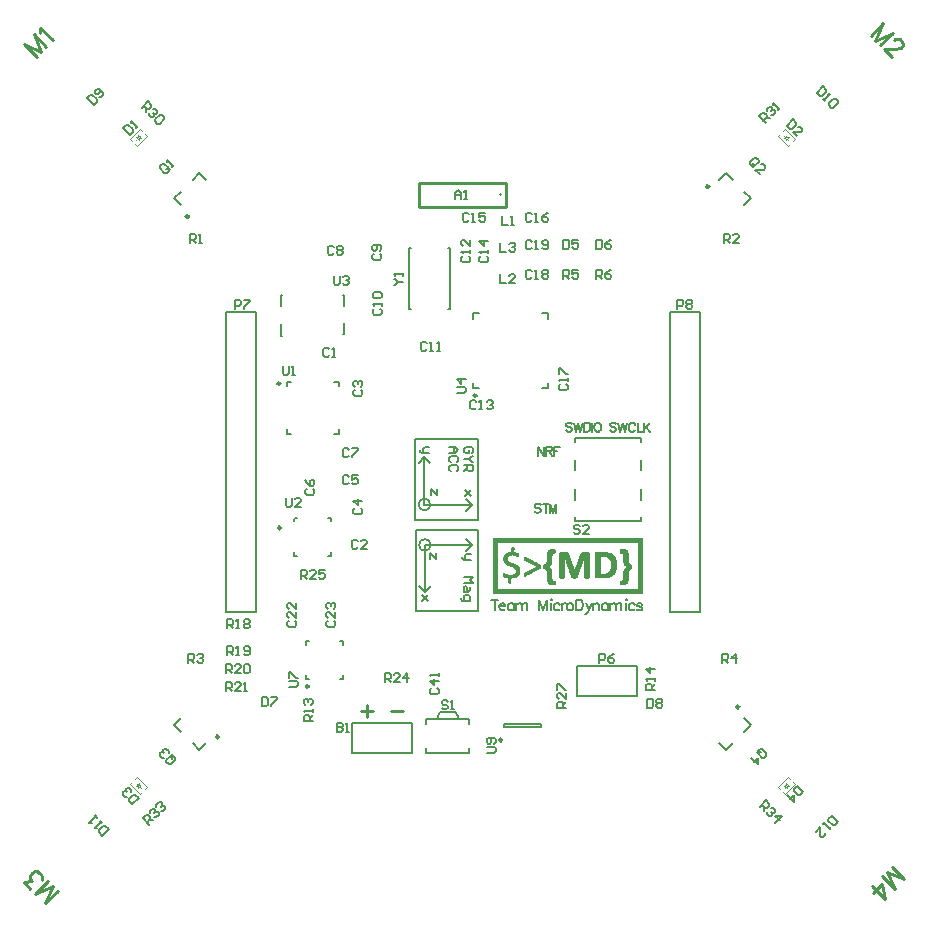
<source format=gto>
G04 Layer_Color=65535*
%FSLAX25Y25*%
%MOIN*%
G70*
G01*
G75*
%ADD37C,0.00800*%
%ADD81C,0.01000*%
%ADD82C,0.00984*%
%ADD83C,0.00787*%
%ADD84C,0.00500*%
%ADD85C,0.00100*%
%ADD86C,0.00300*%
D37*
X174270Y170693D02*
G03*
X174270Y170693I-1955J0D01*
G01*
X244524Y182150D02*
Y185693D01*
Y172307D02*
Y175850D01*
Y165220D02*
Y166500D01*
X222476Y165220D02*
X244524D01*
X222476D02*
Y166500D01*
Y172307D02*
Y175850D01*
Y182150D02*
Y185693D01*
X244524Y191500D02*
Y192780D01*
X222476D02*
X244524D01*
X222476Y191500D02*
Y192780D01*
X170346Y184512D02*
X172276Y186441D01*
X174244Y184472D01*
X186134Y168724D02*
X188063Y170653D01*
X186094Y172622D02*
X188063Y170653D01*
X172276D02*
X188063D01*
X172276D02*
Y186441D01*
X169283Y165575D02*
Y192504D01*
Y165575D02*
X189992D01*
Y192504D01*
X169283D02*
X189992D01*
D81*
X170400Y270000D02*
X199400D01*
X170400D02*
Y278000D01*
X199400D01*
Y270000D02*
Y278000D01*
X197491Y274079D02*
X197609D01*
X151000Y102000D02*
X155000D01*
X153000Y100000D02*
Y104000D01*
X161000Y102000D02*
X165000D01*
X332242Y45758D02*
X328000Y50000D01*
X332242Y45758D02*
X326384Y48384D01*
X329010Y42527D02*
X326384Y48384D01*
X329010Y42527D02*
X324768Y46768D01*
X325778Y39295D02*
X324970Y44142D01*
X321940Y41113D01*
X325778Y39295D02*
X321536Y43536D01*
X45758Y37758D02*
X50000Y42000D01*
X45758Y37758D02*
X48384Y43616D01*
X42527Y40990D02*
X48384Y43616D01*
X42527Y40990D02*
X46768Y45232D01*
X40911Y42606D02*
X38689Y44828D01*
X41517Y45232D01*
X40911Y45838D01*
X40709Y46444D01*
X40709Y46848D01*
X41113Y47656D01*
X41517Y48060D01*
X42325Y48464D01*
X43132D01*
X43940Y48060D01*
X44546Y47454D01*
X44950Y46646D01*
Y46242D01*
X44748Y45636D01*
X325242Y331242D02*
X321000Y327000D01*
X325242Y331242D02*
X322616Y325384D01*
X328473Y328010D02*
X322616Y325384D01*
X328473Y328010D02*
X324232Y323768D01*
X328877Y325586D02*
X329080Y325788D01*
X329685Y325990D01*
X330089D01*
X330695Y325788D01*
X331503Y324980D01*
X331705Y324374D01*
X331705Y323970D01*
X331503Y323364D01*
X331099Y322960D01*
X330493Y322758D01*
X329484Y322556D01*
X325444D01*
X328272Y319728D01*
X38758Y324242D02*
X43000Y320000D01*
X38758Y324242D02*
X44616Y321616D01*
X41990Y327473D02*
X44616Y321616D01*
X41990Y327473D02*
X46232Y323232D01*
X44010Y327877D02*
X44212Y328484D01*
X44212Y329695D01*
X48454Y325454D01*
D82*
X124469Y162953D02*
G03*
X124469Y162953I-492J0D01*
G01*
X103774Y93260D02*
G03*
X103774Y93260I-492J0D01*
G01*
X93752Y266718D02*
G03*
X93752Y266718I-492J0D01*
G01*
X267210Y276740D02*
G03*
X267210Y276740I-492J0D01*
G01*
X277232Y103282D02*
G03*
X277232Y103282I-492J0D01*
G01*
X198209Y92276D02*
G03*
X198209Y92276I-492J0D01*
G01*
X133783Y110142D02*
G03*
X133783Y110142I-492J0D01*
G01*
X189681Y207039D02*
G03*
X189681Y207039I-492J0D01*
G01*
X124272Y211071D02*
G03*
X124272Y211071I-492J0D01*
G01*
D83*
X174400Y157256D02*
G03*
X174400Y157256I-1955J0D01*
G01*
X140118Y153701D02*
X141299D01*
Y154882D01*
X128701Y153701D02*
X129882D01*
X128701D02*
Y154882D01*
X140118Y166299D02*
X141299D01*
Y165118D02*
Y166299D01*
X128701Y165709D02*
X129291Y166299D01*
X129882D01*
X128701Y165118D02*
Y165709D01*
X97227Y88876D02*
X99454Y91103D01*
X95000Y91102D02*
X97227Y88876D01*
X88876Y97227D02*
X91103Y99454D01*
X88876Y97227D02*
X91103Y95000D01*
X88876Y272773D02*
X91103Y270546D01*
X88876Y272773D02*
X91102Y275000D01*
X97227Y281124D02*
X99454Y278897D01*
X95000D02*
X97227Y281124D01*
X270546Y278897D02*
X272773Y281124D01*
X275000Y278897D01*
X278897Y270546D02*
X281124Y272773D01*
X278897Y275000D02*
X281124Y272773D01*
X278897Y99454D02*
X281124Y97227D01*
X278897Y95000D02*
X281124Y97227D01*
X270546Y91103D02*
X272773Y88875D01*
X275000Y91102D01*
X106000Y135000D02*
X116000D01*
X106000D02*
Y235000D01*
X116000D01*
Y227500D02*
Y235000D01*
Y135000D02*
Y227500D01*
X254000Y142500D02*
Y235000D01*
Y135000D02*
Y142500D01*
Y135000D02*
X264000D01*
Y235000D01*
X254000D02*
X264000D01*
X167110Y235764D02*
X167701D01*
X167110Y256236D02*
X167701D01*
X180299Y235764D02*
X180890D01*
X180299Y256236D02*
X180890D01*
X167110Y235764D02*
Y256236D01*
X180890Y235764D02*
Y256236D01*
X198898Y96409D02*
Y97591D01*
X211102Y96409D02*
Y97591D01*
X198898Y96409D02*
X211102D01*
X198898Y97591D02*
X211102D01*
X223000Y117000D02*
X243000D01*
X223000Y107000D02*
Y117000D01*
Y107000D02*
X243000D01*
Y117000D01*
X148000Y98000D02*
X168000D01*
X148000Y88000D02*
Y98000D01*
Y88000D02*
X168000D01*
Y98000D01*
X169335Y162216D02*
X190043D01*
Y135287D02*
Y162216D01*
X169335Y135287D02*
X190043D01*
X169335D02*
Y162216D01*
X172406Y157295D02*
X188193D01*
X186264Y159224D02*
X188193Y157295D01*
X186224Y155327D02*
X188193Y157295D01*
X172406Y141508D02*
Y157295D01*
Y141508D02*
X174374Y143476D01*
X170476Y143437D02*
X172406Y141508D01*
X145138Y240496D02*
X145433D01*
Y236756D02*
Y240496D01*
Y227504D02*
Y231244D01*
X145138Y227504D02*
X145433D01*
X124567Y227004D02*
X124862D01*
X124567D02*
Y230744D01*
Y240496D02*
X124862D01*
X124567Y236756D02*
Y240496D01*
X145299Y112701D02*
Y113980D01*
X144020Y112701D02*
X145299D01*
Y124020D02*
Y125299D01*
X144020D02*
X145299D01*
X132701D02*
X133980D01*
X132701Y124020D02*
Y125299D01*
Y112701D02*
Y113980D01*
Y112701D02*
X133980D01*
X213402Y209598D02*
Y211370D01*
X211630Y209598D02*
X213402D01*
Y232630D02*
Y234402D01*
X211630D02*
X213402D01*
X188598D02*
X190370D01*
X188598Y232630D02*
Y234402D01*
Y209598D02*
Y211370D01*
Y209598D02*
X190370D01*
X126339Y210087D02*
Y211661D01*
X127913D01*
X142087D02*
X143661D01*
Y210087D02*
Y211661D01*
Y194339D02*
Y195913D01*
X142087Y194339D02*
X143661D01*
X126339D02*
Y195913D01*
Y194339D02*
X127913D01*
D84*
X182421Y101394D02*
X183327Y100291D01*
X176713Y100291D02*
X177539Y101394D01*
X176713Y99150D02*
X176713Y100291D01*
X183327Y99150D02*
Y100291D01*
X177539Y101394D02*
X182421D01*
X172894Y99150D02*
X187067Y99150D01*
X172894Y87811D02*
X187067D01*
X172894Y97480D02*
Y99150D01*
X172894Y89480D02*
X172894Y87811D01*
X187106D02*
X187106Y89500D01*
X187067Y97500D02*
X187067Y99150D01*
X106000Y108500D02*
Y111499D01*
X107500D01*
X107999Y110999D01*
Y110000D01*
X107500Y109500D01*
X106000D01*
X107000D02*
X107999Y108500D01*
X110998D02*
X108999D01*
X110998Y110499D01*
Y110999D01*
X110499Y111499D01*
X109499D01*
X108999Y110999D01*
X111998Y108500D02*
X112998D01*
X112498D01*
Y111499D01*
X111998Y110999D01*
X223999Y163499D02*
X223499Y163999D01*
X222500D01*
X222000Y163499D01*
Y162999D01*
X222500Y162499D01*
X223499D01*
X223999Y162000D01*
Y161500D01*
X223499Y161000D01*
X222500D01*
X222000Y161500D01*
X226998Y161000D02*
X224999D01*
X226998Y162999D01*
Y163499D01*
X226499Y163999D01*
X225499D01*
X224999Y163499D01*
X283440Y87733D02*
X284853Y86319D01*
X285560Y86319D01*
X286267Y87026D01*
Y87733D01*
X284853Y89147D01*
X284147D01*
X283440Y88440D01*
X284500Y88086D02*
X283086Y88086D01*
X283440Y88440D02*
X283440Y87733D01*
X281319Y86319D02*
X283440Y84198D01*
X283440Y86319D01*
X282026Y84905D01*
X87060Y282767D02*
X85647Y284181D01*
X84940Y284181D01*
X84233Y283474D01*
Y282767D01*
X85647Y281353D01*
X86353D01*
X87060Y282060D01*
X86000Y282414D02*
X87414Y282414D01*
X87060Y282060D02*
X87060Y282767D01*
X88121Y283121D02*
X88828Y283827D01*
X88474Y283474D01*
X86353Y285595D01*
Y284888D01*
X286000Y298000D02*
X283879Y300121D01*
X284940Y301181D01*
X285647Y301181D01*
X286353Y300474D01*
X286353Y299767D01*
X285293Y298707D01*
X286000Y299414D02*
X287414Y299414D01*
X286353Y301888D02*
Y302595D01*
X287060Y303302D01*
X287767Y303302D01*
X288121Y302948D01*
Y302241D01*
X287767Y301888D01*
X288121Y302241D01*
X288827Y302241D01*
X289181Y301888D01*
X289181Y301181D01*
X288474Y300474D01*
X287767D01*
X290241Y302241D02*
X290948Y302948D01*
X290595Y302595D01*
X288474Y304715D01*
Y304009D01*
X162001Y244000D02*
X162501D01*
X163500Y245000D01*
X162501Y245999D01*
X162001D01*
X163500Y245000D02*
X165000D01*
Y246999D02*
Y247999D01*
Y247499D01*
X162001D01*
X162501Y246999D01*
X193001Y88000D02*
X195500D01*
X196000Y88500D01*
Y89499D01*
X195500Y89999D01*
X193001D01*
X195500Y90999D02*
X196000Y91499D01*
Y92499D01*
X195500Y92998D01*
X193501D01*
X193001Y92499D01*
Y91499D01*
X193501Y90999D01*
X194001D01*
X194501Y91499D01*
Y92998D01*
X127001Y110000D02*
X129500D01*
X130000Y110500D01*
Y111500D01*
X129500Y111999D01*
X127001D01*
Y112999D02*
Y114998D01*
X127501D01*
X129500Y112999D01*
X130000D01*
X183001Y208000D02*
X185500D01*
X186000Y208500D01*
Y209500D01*
X185500Y209999D01*
X183001D01*
X186000Y212498D02*
X183001D01*
X184501Y210999D01*
Y212998D01*
X142000Y246999D02*
Y244500D01*
X142500Y244000D01*
X143500D01*
X143999Y244500D01*
Y246999D01*
X144999Y246499D02*
X145499Y246999D01*
X146499D01*
X146998Y246499D01*
Y245999D01*
X146499Y245499D01*
X145999D01*
X146499D01*
X146998Y245000D01*
Y244500D01*
X146499Y244000D01*
X145499D01*
X144999Y244500D01*
X126000Y172999D02*
Y170500D01*
X126500Y170000D01*
X127499D01*
X127999Y170500D01*
Y172999D01*
X130998Y170000D02*
X128999D01*
X130998Y171999D01*
Y172499D01*
X130499Y172999D01*
X129499D01*
X128999Y172499D01*
X125000Y216999D02*
Y214500D01*
X125500Y214000D01*
X126499D01*
X126999Y214500D01*
Y216999D01*
X127999Y214000D02*
X128999D01*
X128499D01*
Y216999D01*
X127999Y216499D01*
X284000Y70000D02*
X286121Y72121D01*
X287181Y71060D01*
X287181Y70353D01*
X286474Y69647D01*
X285767Y69647D01*
X284707Y70707D01*
X285414Y70000D02*
X285414Y68586D01*
X287888Y69647D02*
X288595D01*
X289302Y68940D01*
X289302Y68233D01*
X288948Y67879D01*
X288241D01*
X287888Y68233D01*
X288241Y67879D01*
X288241Y67172D01*
X287888Y66819D01*
X287181Y66819D01*
X286474Y67526D01*
Y68233D01*
X289302Y64698D02*
X291422Y66819D01*
X289302Y66819D01*
X290715Y65405D01*
X80500Y64000D02*
X78379Y66121D01*
X79440Y67181D01*
X80147Y67181D01*
X80853Y66474D01*
X80853Y65767D01*
X79793Y64707D01*
X80500Y65414D02*
X81914Y65414D01*
X80853Y67888D02*
Y68595D01*
X81560Y69302D01*
X82267Y69302D01*
X82621Y68948D01*
Y68241D01*
X82267Y67888D01*
X82621Y68241D01*
X83328Y68241D01*
X83681Y67888D01*
X83681Y67181D01*
X82974Y66474D01*
X82267D01*
X82974Y70008D02*
Y70715D01*
X83681Y71422D01*
X84388D01*
X84741Y71069D01*
Y70362D01*
X84388Y70008D01*
X84741Y70362D01*
X85448Y70362D01*
X85802Y70008D01*
X85802Y69302D01*
X85095Y68595D01*
X84388D01*
X78000Y303000D02*
X80121Y305121D01*
X81181Y304060D01*
X81181Y303353D01*
X80474Y302647D01*
X79767Y302647D01*
X78707Y303707D01*
X79414Y303000D02*
X79414Y301586D01*
X81888Y302647D02*
X82595D01*
X83302Y301940D01*
X83302Y301233D01*
X82948Y300879D01*
X82241D01*
X81888Y301233D01*
X82241Y300879D01*
X82241Y300172D01*
X81888Y299819D01*
X81181Y299819D01*
X80474Y300526D01*
Y301233D01*
X84009Y300526D02*
X84715D01*
X85422Y299819D01*
Y299112D01*
X84009Y297698D01*
X83302Y297698D01*
X82595Y298405D01*
Y299112D01*
X84009Y300526D01*
X219500Y103000D02*
X216501D01*
Y104499D01*
X217001Y104999D01*
X218001D01*
X218500Y104499D01*
Y103000D01*
Y104000D02*
X219500Y104999D01*
Y107998D02*
Y105999D01*
X217501Y107998D01*
X217001D01*
X216501Y107499D01*
Y106499D01*
X217001Y105999D01*
X216501Y108998D02*
Y110997D01*
X217001D01*
X219000Y108998D01*
X219500D01*
X131000Y146000D02*
Y148999D01*
X132500D01*
X132999Y148499D01*
Y147500D01*
X132500Y147000D01*
X131000D01*
X132000D02*
X132999Y146000D01*
X135998D02*
X133999D01*
X135998Y147999D01*
Y148499D01*
X135499Y148999D01*
X134499D01*
X133999Y148499D01*
X138997Y148999D02*
X136998D01*
Y147500D01*
X137998Y147999D01*
X138498D01*
X138997Y147500D01*
Y146500D01*
X138498Y146000D01*
X137498D01*
X136998Y146500D01*
X159000Y111500D02*
Y114499D01*
X160500D01*
X160999Y113999D01*
Y112999D01*
X160500Y112500D01*
X159000D01*
X160000D02*
X160999Y111500D01*
X163998D02*
X161999D01*
X163998Y113499D01*
Y113999D01*
X163499Y114499D01*
X162499D01*
X161999Y113999D01*
X166498Y111500D02*
Y114499D01*
X164998Y112999D01*
X166997D01*
X106000Y114500D02*
Y117499D01*
X107500D01*
X107999Y116999D01*
Y115999D01*
X107500Y115500D01*
X106000D01*
X107000D02*
X107999Y114500D01*
X110998D02*
X108999D01*
X110998Y116499D01*
Y116999D01*
X110499Y117499D01*
X109499D01*
X108999Y116999D01*
X111998D02*
X112498Y117499D01*
X113498D01*
X113997Y116999D01*
Y115000D01*
X113498Y114500D01*
X112498D01*
X111998Y115000D01*
Y116999D01*
X106500Y120500D02*
Y123499D01*
X108000D01*
X108499Y122999D01*
Y122000D01*
X108000Y121500D01*
X106500D01*
X107500D02*
X108499Y120500D01*
X109499D02*
X110499D01*
X109999D01*
Y123499D01*
X109499Y122999D01*
X111998Y121000D02*
X112498Y120500D01*
X113498D01*
X113998Y121000D01*
Y122999D01*
X113498Y123499D01*
X112498D01*
X111998Y122999D01*
Y122499D01*
X112498Y122000D01*
X113998D01*
X106500Y129500D02*
Y132499D01*
X108000D01*
X108499Y131999D01*
Y131000D01*
X108000Y130500D01*
X106500D01*
X107500D02*
X108499Y129500D01*
X109499D02*
X110499D01*
X109999D01*
Y132499D01*
X109499Y131999D01*
X111998D02*
X112498Y132499D01*
X113498D01*
X113998Y131999D01*
Y131499D01*
X113498Y131000D01*
X113998Y130500D01*
Y130000D01*
X113498Y129500D01*
X112498D01*
X111998Y130000D01*
Y130500D01*
X112498Y131000D01*
X111998Y131499D01*
Y131999D01*
X112498Y131000D02*
X113498D01*
X249000Y109000D02*
X246001D01*
Y110500D01*
X246501Y110999D01*
X247500D01*
X248000Y110500D01*
Y109000D01*
Y110000D02*
X249000Y110999D01*
Y111999D02*
Y112999D01*
Y112499D01*
X246001D01*
X246501Y111999D01*
X249000Y115998D02*
X246001D01*
X247500Y114498D01*
Y116498D01*
X135000Y98500D02*
X132001D01*
Y99999D01*
X132501Y100499D01*
X133501D01*
X134000Y99999D01*
Y98500D01*
Y99500D02*
X135000Y100499D01*
Y101499D02*
Y102499D01*
Y101999D01*
X132001D01*
X132501Y101499D01*
Y103998D02*
X132001Y104498D01*
Y105498D01*
X132501Y105998D01*
X133001D01*
X133501Y105498D01*
Y104998D01*
Y105498D01*
X134000Y105998D01*
X134500D01*
X135000Y105498D01*
Y104498D01*
X134500Y103998D01*
X229500Y246000D02*
Y248999D01*
X230999D01*
X231499Y248499D01*
Y247499D01*
X230999Y247000D01*
X229500D01*
X230500D02*
X231499Y246000D01*
X234498Y248999D02*
X233499Y248499D01*
X232499Y247499D01*
Y246500D01*
X232999Y246000D01*
X233998D01*
X234498Y246500D01*
Y247000D01*
X233998Y247499D01*
X232499D01*
X218500Y246000D02*
Y248999D01*
X220000D01*
X220499Y248499D01*
Y247499D01*
X220000Y247000D01*
X218500D01*
X219500D02*
X220499Y246000D01*
X223498Y248999D02*
X221499D01*
Y247499D01*
X222499Y247999D01*
X222998D01*
X223498Y247499D01*
Y246500D01*
X222998Y246000D01*
X221999D01*
X221499Y246500D01*
X93500Y118000D02*
Y120999D01*
X94999D01*
X95499Y120499D01*
Y119500D01*
X94999Y119000D01*
X93500D01*
X94500D02*
X95499Y118000D01*
X96499Y120499D02*
X96999Y120999D01*
X97999D01*
X98498Y120499D01*
Y119999D01*
X97999Y119500D01*
X97499D01*
X97999D01*
X98498Y119000D01*
Y118500D01*
X97999Y118000D01*
X96999D01*
X96499Y118500D01*
X272000Y258000D02*
Y260999D01*
X273499D01*
X273999Y260499D01*
Y259500D01*
X273499Y259000D01*
X272000D01*
X273000D02*
X273999Y258000D01*
X276998D02*
X274999D01*
X276998Y259999D01*
Y260499D01*
X276499Y260999D01*
X275499D01*
X274999Y260499D01*
X94000Y258000D02*
Y260999D01*
X95499D01*
X95999Y260499D01*
Y259500D01*
X95499Y259000D01*
X94000D01*
X95000D02*
X95999Y258000D01*
X96999D02*
X97999D01*
X97499D01*
Y260999D01*
X96999Y260499D01*
X87733Y87060D02*
X86319Y85647D01*
X86319Y84940D01*
X87026Y84233D01*
X87733D01*
X89147Y85647D01*
Y86353D01*
X88440Y87060D01*
X88086Y86000D02*
X88086Y87414D01*
X88440Y87060D02*
X87733Y87060D01*
X85612Y86353D02*
X84905D01*
X84198Y87060D01*
X84198Y87767D01*
X84552Y88121D01*
X85259D01*
X85612Y87767D01*
X85259Y88121D01*
X85259Y88828D01*
X85612Y89181D01*
X86319Y89181D01*
X87026Y88474D01*
Y87767D01*
X282267Y283440D02*
X283681Y284853D01*
X283681Y285560D01*
X282974Y286267D01*
X282267D01*
X280853Y284853D01*
Y284147D01*
X281560Y283440D01*
X281914Y284500D02*
X281914Y283086D01*
X281560Y283440D02*
X282267Y283440D01*
X284034Y280966D02*
X282621Y282379D01*
X285448D01*
X285802Y282733D01*
X285802Y283440D01*
X285095Y284147D01*
X284388D01*
X109000Y236000D02*
Y238999D01*
X110500D01*
X110999Y238499D01*
Y237499D01*
X110500Y237000D01*
X109000D01*
X111999Y238999D02*
X113998D01*
Y238499D01*
X111999Y236500D01*
Y236000D01*
X230500Y118000D02*
Y120999D01*
X231999D01*
X232499Y120499D01*
Y119500D01*
X231999Y119000D01*
X230500D01*
X235498Y120999D02*
X234499Y120499D01*
X233499Y119500D01*
Y118500D01*
X233999Y118000D01*
X234998D01*
X235498Y118500D01*
Y119000D01*
X234998Y119500D01*
X233499D01*
X197500Y257999D02*
Y255000D01*
X199499D01*
X200499Y257499D02*
X200999Y257999D01*
X201999D01*
X202498Y257499D01*
Y256999D01*
X201999Y256500D01*
X201499D01*
X201999D01*
X202498Y256000D01*
Y255500D01*
X201999Y255000D01*
X200999D01*
X200499Y255500D01*
X197500Y247499D02*
Y244500D01*
X199499D01*
X202498D02*
X200499D01*
X202498Y246499D01*
Y246999D01*
X201999Y247499D01*
X200999D01*
X200499Y246999D01*
X198000Y266999D02*
Y264000D01*
X199999D01*
X200999D02*
X201999D01*
X201499D01*
Y266999D01*
X200999Y266499D01*
X310121Y64879D02*
X308000Y67000D01*
X306940Y65940D01*
X306940Y65233D01*
X308353Y63819D01*
X309060Y63819D01*
X310121Y64879D01*
X305879D02*
X305172Y64173D01*
X305526Y64526D01*
X307647Y62405D01*
Y63112D01*
X302698Y61698D02*
X304112Y63112D01*
Y60285D01*
X304466Y59931D01*
X305172D01*
X305879Y60638D01*
Y61345D01*
X64879Y60379D02*
X67000Y62500D01*
X65940Y63560D01*
X65233Y63560D01*
X63819Y62147D01*
X63819Y61440D01*
X64879Y60379D01*
Y64621D02*
X64173Y65328D01*
X64526Y64974D01*
X62405Y62853D01*
X63112D01*
Y66388D02*
X62405Y67095D01*
X62759Y66741D01*
X60638Y64621D01*
X61345D01*
X305121Y310121D02*
X303000Y308000D01*
X304060Y306940D01*
X304767Y306940D01*
X306181Y308353D01*
X306181Y309060D01*
X305121Y310121D01*
Y305879D02*
X305827Y305172D01*
X305474Y305526D01*
X307595Y307647D01*
X306888D01*
X308655Y305879D02*
X309362D01*
X310069Y305172D01*
Y304466D01*
X308655Y303052D01*
X307948Y303052D01*
X307241Y303759D01*
Y304466D01*
X308655Y305879D01*
X59879Y306121D02*
X62000Y304000D01*
X63060Y305060D01*
X63060Y305767D01*
X61647Y307181D01*
X60940Y307181D01*
X59879Y306121D01*
X63767Y306474D02*
X64474D01*
X65181Y307181D01*
X65181Y307888D01*
X63767Y309302D01*
X63060Y309302D01*
X62353Y308595D01*
Y307888D01*
X62707Y307534D01*
X63414Y307534D01*
X64474Y308595D01*
X246500Y105999D02*
Y103000D01*
X248000D01*
X248499Y103500D01*
Y105499D01*
X248000Y105999D01*
X246500D01*
X249499Y105499D02*
X249999Y105999D01*
X250998D01*
X251498Y105499D01*
Y104999D01*
X250998Y104499D01*
X251498Y104000D01*
Y103500D01*
X250998Y103000D01*
X249999D01*
X249499Y103500D01*
Y104000D01*
X249999Y104499D01*
X249499Y104999D01*
Y105499D01*
X249999Y104499D02*
X250998D01*
X118000Y106499D02*
Y103500D01*
X119500D01*
X119999Y104000D01*
Y105999D01*
X119500Y106499D01*
X118000D01*
X120999D02*
X122998D01*
Y105999D01*
X120999Y104000D01*
Y103500D01*
X229500Y258999D02*
Y256000D01*
X230999D01*
X231499Y256500D01*
Y258499D01*
X230999Y258999D01*
X229500D01*
X234498D02*
X233499Y258499D01*
X232499Y257500D01*
Y256500D01*
X232999Y256000D01*
X233998D01*
X234498Y256500D01*
Y257000D01*
X233998Y257500D01*
X232499D01*
X218500Y258999D02*
Y256000D01*
X220000D01*
X220499Y256500D01*
Y258499D01*
X220000Y258999D01*
X218500D01*
X223498D02*
X221499D01*
Y257500D01*
X222499Y257999D01*
X222998D01*
X223498Y257500D01*
Y256500D01*
X222998Y256000D01*
X221999D01*
X221499Y256500D01*
X74879Y70879D02*
X77000Y73000D01*
X75940Y74060D01*
X75233Y74060D01*
X73819Y72647D01*
X73819Y71940D01*
X74879Y70879D01*
X73112Y73353D02*
X72405D01*
X71698Y74060D01*
X71698Y74767D01*
X72052Y75121D01*
X72759D01*
X73112Y74767D01*
X72759Y75121D01*
X72759Y75827D01*
X73112Y76181D01*
X73819Y76181D01*
X74526Y75474D01*
Y74767D01*
X295121Y299121D02*
X293000Y297000D01*
X294060Y295940D01*
X294767Y295940D01*
X296181Y297353D01*
X296181Y298060D01*
X295121Y299121D01*
X296534Y293466D02*
X295121Y294879D01*
X297948D01*
X298302Y295233D01*
X298302Y295940D01*
X297595Y296647D01*
X296888D01*
X71879Y296121D02*
X74000Y294000D01*
X75060Y295060D01*
X75060Y295767D01*
X73647Y297181D01*
X72940Y297181D01*
X71879Y296121D01*
X76121D02*
X76828Y296828D01*
X76474Y296474D01*
X74353Y298595D01*
Y297888D01*
X174501Y109499D02*
X174001Y109000D01*
Y108000D01*
X174501Y107500D01*
X176500D01*
X177000Y108000D01*
Y109000D01*
X176500Y109499D01*
X177000Y111999D02*
X174001D01*
X175501Y110499D01*
Y112498D01*
X177000Y113498D02*
Y114498D01*
Y113998D01*
X174001D01*
X174501Y113498D01*
X140001Y131999D02*
X139501Y131500D01*
Y130500D01*
X140001Y130000D01*
X142000D01*
X142500Y130500D01*
Y131500D01*
X142000Y131999D01*
X142500Y134998D02*
Y132999D01*
X140501Y134998D01*
X140001D01*
X139501Y134499D01*
Y133499D01*
X140001Y132999D01*
Y135998D02*
X139501Y136498D01*
Y137498D01*
X140001Y137997D01*
X140501D01*
X141000Y137498D01*
Y136998D01*
Y137498D01*
X141500Y137997D01*
X142000D01*
X142500Y137498D01*
Y136498D01*
X142000Y135998D01*
X127001Y131999D02*
X126501Y131500D01*
Y130500D01*
X127001Y130000D01*
X129000D01*
X129500Y130500D01*
Y131500D01*
X129000Y131999D01*
X129500Y134998D02*
Y132999D01*
X127501Y134998D01*
X127001D01*
X126501Y134499D01*
Y133499D01*
X127001Y132999D01*
X129500Y137997D02*
Y135998D01*
X127501Y137997D01*
X127001D01*
X126501Y137498D01*
Y136498D01*
X127001Y135998D01*
X207999Y258381D02*
X207500Y258881D01*
X206500D01*
X206000Y258381D01*
Y256382D01*
X206500Y255882D01*
X207500D01*
X207999Y256382D01*
X208999Y255882D02*
X209999D01*
X209499D01*
Y258881D01*
X208999Y258381D01*
X211498Y256382D02*
X211998Y255882D01*
X212998D01*
X213498Y256382D01*
Y258381D01*
X212998Y258881D01*
X211998D01*
X211498Y258381D01*
Y257881D01*
X211998Y257381D01*
X213498D01*
X207999Y248499D02*
X207500Y248999D01*
X206500D01*
X206000Y248499D01*
Y246500D01*
X206500Y246000D01*
X207500D01*
X207999Y246500D01*
X208999Y246000D02*
X209999D01*
X209499D01*
Y248999D01*
X208999Y248499D01*
X211498D02*
X211998Y248999D01*
X212998D01*
X213498Y248499D01*
Y247999D01*
X212998Y247499D01*
X213498Y247000D01*
Y246500D01*
X212998Y246000D01*
X211998D01*
X211498Y246500D01*
Y247000D01*
X211998Y247499D01*
X211498Y247999D01*
Y248499D01*
X211998Y247499D02*
X212998D01*
X217501Y210743D02*
X217001Y210244D01*
Y209244D01*
X217501Y208744D01*
X219500D01*
X220000Y209244D01*
Y210244D01*
X219500Y210743D01*
X220000Y211743D02*
Y212743D01*
Y212243D01*
X217001D01*
X217501Y211743D01*
X217001Y214242D02*
Y216242D01*
X217501D01*
X219500Y214242D01*
X220000D01*
X207999Y267499D02*
X207500Y267999D01*
X206500D01*
X206000Y267499D01*
Y265500D01*
X206500Y265000D01*
X207500D01*
X207999Y265500D01*
X208999Y265000D02*
X209999D01*
X209499D01*
Y267999D01*
X208999Y267499D01*
X213498Y267999D02*
X212498Y267499D01*
X211498Y266499D01*
Y265500D01*
X211998Y265000D01*
X212998D01*
X213498Y265500D01*
Y266000D01*
X212998Y266499D01*
X211498D01*
X186999Y267499D02*
X186500Y267999D01*
X185500D01*
X185000Y267499D01*
Y265500D01*
X185500Y265000D01*
X186500D01*
X186999Y265500D01*
X187999Y265000D02*
X188999D01*
X188499D01*
Y267999D01*
X187999Y267499D01*
X192498Y267999D02*
X190498D01*
Y266499D01*
X191498Y266999D01*
X191998D01*
X192498Y266499D01*
Y265500D01*
X191998Y265000D01*
X190998D01*
X190498Y265500D01*
X191001Y253499D02*
X190501Y252999D01*
Y252000D01*
X191001Y251500D01*
X193000D01*
X193500Y252000D01*
Y252999D01*
X193000Y253499D01*
X193500Y254499D02*
Y255499D01*
Y254999D01*
X190501D01*
X191001Y254499D01*
X193500Y258498D02*
X190501D01*
X192000Y256998D01*
Y258998D01*
X189499Y204999D02*
X188999Y205499D01*
X188000D01*
X187500Y204999D01*
Y203000D01*
X188000Y202500D01*
X188999D01*
X189499Y203000D01*
X190499Y202500D02*
X191499D01*
X190999D01*
Y205499D01*
X190499Y204999D01*
X192998D02*
X193498Y205499D01*
X194498D01*
X194998Y204999D01*
Y204499D01*
X194498Y203999D01*
X193998D01*
X194498D01*
X194998Y203500D01*
Y203000D01*
X194498Y202500D01*
X193498D01*
X192998Y203000D01*
X185001Y253499D02*
X184501Y252999D01*
Y252000D01*
X185001Y251500D01*
X187000D01*
X187500Y252000D01*
Y252999D01*
X187000Y253499D01*
X187500Y254499D02*
Y255499D01*
Y254999D01*
X184501D01*
X185001Y254499D01*
X187500Y258998D02*
Y256998D01*
X185501Y258998D01*
X185001D01*
X184501Y258498D01*
Y257498D01*
X185001Y256998D01*
X172999Y224499D02*
X172500Y224999D01*
X171500D01*
X171000Y224499D01*
Y222500D01*
X171500Y222000D01*
X172500D01*
X172999Y222500D01*
X173999Y222000D02*
X174999D01*
X174499D01*
Y224999D01*
X173999Y224499D01*
X176498Y222000D02*
X177498D01*
X176998D01*
Y224999D01*
X176498Y224499D01*
X155501Y235999D02*
X155001Y235500D01*
Y234500D01*
X155501Y234000D01*
X157500D01*
X158000Y234500D01*
Y235500D01*
X157500Y235999D01*
X158000Y236999D02*
Y237999D01*
Y237499D01*
X155001D01*
X155501Y236999D01*
Y239498D02*
X155001Y239998D01*
Y240998D01*
X155501Y241498D01*
X157500D01*
X158000Y240998D01*
Y239998D01*
X157500Y239498D01*
X155501D01*
X155375Y254243D02*
X154875Y253744D01*
Y252744D01*
X155375Y252244D01*
X157374D01*
X157874Y252744D01*
Y253744D01*
X157374Y254243D01*
Y255243D02*
X157874Y255743D01*
Y256743D01*
X157374Y257242D01*
X155375D01*
X154875Y256743D01*
Y255743D01*
X155375Y255243D01*
X155875D01*
X156375Y255743D01*
Y257242D01*
X141999Y256499D02*
X141499Y256999D01*
X140500D01*
X140000Y256499D01*
Y254500D01*
X140500Y254000D01*
X141499D01*
X141999Y254500D01*
X142999Y256499D02*
X143499Y256999D01*
X144499D01*
X144998Y256499D01*
Y255999D01*
X144499Y255500D01*
X144998Y255000D01*
Y254500D01*
X144499Y254000D01*
X143499D01*
X142999Y254500D01*
Y255000D01*
X143499Y255500D01*
X142999Y255999D01*
Y256499D01*
X143499Y255500D02*
X144499D01*
X146999Y188999D02*
X146500Y189499D01*
X145500D01*
X145000Y188999D01*
Y187000D01*
X145500Y186500D01*
X146500D01*
X146999Y187000D01*
X147999Y189499D02*
X149998D01*
Y188999D01*
X147999Y187000D01*
Y186500D01*
X133001Y175999D02*
X132501Y175499D01*
Y174500D01*
X133001Y174000D01*
X135000D01*
X135500Y174500D01*
Y175499D01*
X135000Y175999D01*
X132501Y178998D02*
X133001Y177999D01*
X134001Y176999D01*
X135000D01*
X135500Y177499D01*
Y178499D01*
X135000Y178998D01*
X134500D01*
X134001Y178499D01*
Y176999D01*
X146999Y179999D02*
X146500Y180499D01*
X145500D01*
X145000Y179999D01*
Y178000D01*
X145500Y177500D01*
X146500D01*
X146999Y178000D01*
X149998Y180499D02*
X147999D01*
Y178999D01*
X148999Y179499D01*
X149499D01*
X149998Y178999D01*
Y178000D01*
X149499Y177500D01*
X148499D01*
X147999Y178000D01*
X149001Y169499D02*
X148501Y169000D01*
Y168000D01*
X149001Y167500D01*
X151000D01*
X151500Y168000D01*
Y169000D01*
X151000Y169499D01*
X151500Y171999D02*
X148501D01*
X150001Y170499D01*
Y172498D01*
X149001Y208999D02*
X148501Y208500D01*
Y207500D01*
X149001Y207000D01*
X151000D01*
X151500Y207500D01*
Y208500D01*
X151000Y208999D01*
X149001Y209999D02*
X148501Y210499D01*
Y211498D01*
X149001Y211998D01*
X149501D01*
X150001Y211498D01*
Y210999D01*
Y211498D01*
X150500Y211998D01*
X151000D01*
X151500Y211498D01*
Y210499D01*
X151000Y209999D01*
X149999Y158499D02*
X149499Y158999D01*
X148500D01*
X148000Y158499D01*
Y156500D01*
X148500Y156000D01*
X149499D01*
X149999Y156500D01*
X152998Y156000D02*
X150999D01*
X152998Y157999D01*
Y158499D01*
X152499Y158999D01*
X151499D01*
X150999Y158499D01*
X140499Y222499D02*
X139999Y222999D01*
X139000D01*
X138500Y222499D01*
Y220500D01*
X139000Y220000D01*
X139999D01*
X140499Y220500D01*
X141499Y220000D02*
X142499D01*
X141999D01*
Y222999D01*
X141499Y222499D01*
X143000Y97999D02*
Y95000D01*
X144500D01*
X144999Y95500D01*
Y96000D01*
X144500Y96500D01*
X143000D01*
X144500D01*
X144999Y96999D01*
Y97499D01*
X144500Y97999D01*
X143000D01*
X145999Y95000D02*
X146999D01*
X146499D01*
Y97999D01*
X145999Y97499D01*
X182500Y272500D02*
Y274499D01*
X183500Y275499D01*
X184499Y274499D01*
Y272500D01*
Y274000D01*
X182500D01*
X185499Y272500D02*
X186499D01*
X185999D01*
Y275499D01*
X185499Y274999D01*
X298621Y74879D02*
X296500Y77000D01*
X295440Y75940D01*
X295440Y75233D01*
X296853Y73819D01*
X297560Y73819D01*
X298621Y74879D01*
X293319Y73819D02*
X295440Y71698D01*
X295440Y73819D01*
X294026Y72405D01*
X271500Y118000D02*
Y120999D01*
X273000D01*
X273499Y120499D01*
Y119500D01*
X273000Y119000D01*
X271500D01*
X272500D02*
X273499Y118000D01*
X275998D02*
Y120999D01*
X274499Y119500D01*
X276498D01*
X256500Y236000D02*
Y238999D01*
X257999D01*
X258499Y238499D01*
Y237499D01*
X257999Y237000D01*
X256500D01*
X259499Y238499D02*
X259999Y238999D01*
X260999D01*
X261498Y238499D01*
Y237999D01*
X260999Y237499D01*
X261498Y237000D01*
Y236500D01*
X260999Y236000D01*
X259999D01*
X259499Y236500D01*
Y237000D01*
X259999Y237499D01*
X259499Y237999D01*
Y238499D01*
X259999Y237499D02*
X260999D01*
X179999Y104999D02*
X179499Y105499D01*
X178500D01*
X178000Y104999D01*
Y104499D01*
X178500Y103999D01*
X179499D01*
X179999Y103500D01*
Y103000D01*
X179499Y102500D01*
X178500D01*
X178000Y103000D01*
X180999Y102500D02*
X181999D01*
X181499D01*
Y105499D01*
X180999Y104999D01*
X211000Y170571D02*
X210714Y170856D01*
X210285Y170999D01*
X209714D01*
X209286Y170856D01*
X209000Y170571D01*
Y170285D01*
X209143Y170000D01*
X209286Y169857D01*
X209571Y169714D01*
X210428Y169428D01*
X210714Y169285D01*
X210857Y169143D01*
X211000Y168857D01*
Y168429D01*
X210714Y168143D01*
X210285Y168000D01*
X209714D01*
X209286Y168143D01*
X209000Y168429D01*
X212671Y170999D02*
Y168000D01*
X211671Y170999D02*
X213670D01*
X214028D02*
Y168000D01*
Y170999D02*
X215170Y168000D01*
X216313Y170999D02*
X215170Y168000D01*
X216313Y170999D02*
Y168000D01*
X210000Y189999D02*
Y187000D01*
Y189999D02*
X212000Y187000D01*
Y189999D02*
Y187000D01*
X212828Y189999D02*
Y187000D01*
Y189999D02*
X214113D01*
X214542Y189857D01*
X214685Y189714D01*
X214827Y189428D01*
Y189142D01*
X214685Y188857D01*
X214542Y188714D01*
X214113Y188571D01*
X212828D01*
X213828D02*
X214827Y187000D01*
X215499Y189999D02*
Y187000D01*
Y189999D02*
X217356D01*
X215499Y188571D02*
X216641D01*
X221500Y197571D02*
X221214Y197856D01*
X220785Y197999D01*
X220214D01*
X219786Y197856D01*
X219500Y197571D01*
Y197285D01*
X219643Y197000D01*
X219786Y196857D01*
X220071Y196714D01*
X220928Y196428D01*
X221214Y196285D01*
X221357Y196143D01*
X221500Y195857D01*
Y195429D01*
X221214Y195143D01*
X220785Y195000D01*
X220214D01*
X219786Y195143D01*
X219500Y195429D01*
X222171Y197999D02*
X222885Y195000D01*
X223599Y197999D02*
X222885Y195000D01*
X223599Y197999D02*
X224313Y195000D01*
X225027Y197999D02*
X224313Y195000D01*
X225627Y197999D02*
Y195000D01*
Y197999D02*
X226627D01*
X227056Y197856D01*
X227341Y197571D01*
X227484Y197285D01*
X227627Y196857D01*
Y196143D01*
X227484Y195714D01*
X227341Y195429D01*
X227056Y195143D01*
X226627Y195000D01*
X225627D01*
X228298Y197999D02*
Y195000D01*
X229784Y197999D02*
X229498Y197856D01*
X229212Y197571D01*
X229069Y197285D01*
X228927Y196857D01*
Y196143D01*
X229069Y195714D01*
X229212Y195429D01*
X229498Y195143D01*
X229784Y195000D01*
X230355D01*
X230641Y195143D01*
X230926Y195429D01*
X231069Y195714D01*
X231212Y196143D01*
Y196857D01*
X231069Y197285D01*
X230926Y197571D01*
X230641Y197856D01*
X230355Y197999D01*
X229784D01*
X236268Y197571D02*
X235982Y197856D01*
X235554Y197999D01*
X234982D01*
X234554Y197856D01*
X234268Y197571D01*
Y197285D01*
X234411Y197000D01*
X234554Y196857D01*
X234840Y196714D01*
X235697Y196428D01*
X235982Y196285D01*
X236125Y196143D01*
X236268Y195857D01*
Y195429D01*
X235982Y195143D01*
X235554Y195000D01*
X234982D01*
X234554Y195143D01*
X234268Y195429D01*
X236939Y197999D02*
X237653Y195000D01*
X238367Y197999D02*
X237653Y195000D01*
X238367Y197999D02*
X239082Y195000D01*
X239796Y197999D02*
X239082Y195000D01*
X242538Y197285D02*
X242395Y197571D01*
X242109Y197856D01*
X241824Y197999D01*
X241252D01*
X240967Y197856D01*
X240681Y197571D01*
X240538Y197285D01*
X240395Y196857D01*
Y196143D01*
X240538Y195714D01*
X240681Y195429D01*
X240967Y195143D01*
X241252Y195000D01*
X241824D01*
X242109Y195143D01*
X242395Y195429D01*
X242538Y195714D01*
X243381Y197999D02*
Y195000D01*
X245094D01*
X245423Y197999D02*
Y195000D01*
X247423Y197999D02*
X245423Y196000D01*
X246137Y196714D02*
X247423Y195000D01*
X195666Y138999D02*
Y135500D01*
X194500Y138999D02*
X196833D01*
X197249Y136833D02*
X199249D01*
Y137166D01*
X199082Y137500D01*
X198916Y137666D01*
X198582Y137833D01*
X198083D01*
X197749Y137666D01*
X197416Y137333D01*
X197249Y136833D01*
Y136500D01*
X197416Y136000D01*
X197749Y135667D01*
X198083Y135500D01*
X198582D01*
X198916Y135667D01*
X199249Y136000D01*
X201998Y137833D02*
Y135500D01*
Y137333D02*
X201665Y137666D01*
X201332Y137833D01*
X200832D01*
X200499Y137666D01*
X200166Y137333D01*
X199999Y136833D01*
Y136500D01*
X200166Y136000D01*
X200499Y135667D01*
X200832Y135500D01*
X201332D01*
X201665Y135667D01*
X201998Y136000D01*
X202931Y137833D02*
Y135500D01*
Y137166D02*
X203431Y137666D01*
X203765Y137833D01*
X204265D01*
X204598Y137666D01*
X204765Y137166D01*
Y135500D01*
Y137166D02*
X205264Y137666D01*
X205598Y137833D01*
X206098D01*
X206431Y137666D01*
X206597Y137166D01*
Y135500D01*
X210447Y138999D02*
Y135500D01*
Y138999D02*
X211780Y135500D01*
X213113Y138999D02*
X211780Y135500D01*
X213113Y138999D02*
Y135500D01*
X214446Y138999D02*
X214612Y138833D01*
X214779Y138999D01*
X214612Y139166D01*
X214446Y138999D01*
X214612Y137833D02*
Y135500D01*
X217395Y137333D02*
X217062Y137666D01*
X216729Y137833D01*
X216229D01*
X215895Y137666D01*
X215562Y137333D01*
X215395Y136833D01*
Y136500D01*
X215562Y136000D01*
X215895Y135667D01*
X216229Y135500D01*
X216729D01*
X217062Y135667D01*
X217395Y136000D01*
X218145Y137833D02*
Y135500D01*
Y136833D02*
X218312Y137333D01*
X218645Y137666D01*
X218978Y137833D01*
X219478D01*
X220628D02*
X220294Y137666D01*
X219961Y137333D01*
X219795Y136833D01*
Y136500D01*
X219961Y136000D01*
X220294Y135667D01*
X220628Y135500D01*
X221128D01*
X221461Y135667D01*
X221794Y136000D01*
X221961Y136500D01*
Y136833D01*
X221794Y137333D01*
X221461Y137666D01*
X221128Y137833D01*
X220628D01*
X222727Y138999D02*
Y135500D01*
Y138999D02*
X223894D01*
X224394Y138833D01*
X224727Y138499D01*
X224893Y138166D01*
X225060Y137666D01*
Y136833D01*
X224893Y136333D01*
X224727Y136000D01*
X224394Y135667D01*
X223894Y135500D01*
X222727D01*
X226010Y137833D02*
X227010Y135500D01*
X228010Y137833D02*
X227010Y135500D01*
X226676Y134834D01*
X226343Y134500D01*
X226010Y134334D01*
X225843D01*
X228593Y137833D02*
Y135500D01*
Y137166D02*
X229093Y137666D01*
X229426Y137833D01*
X229926D01*
X230259Y137666D01*
X230426Y137166D01*
Y135500D01*
X233342Y137833D02*
Y135500D01*
Y137333D02*
X233008Y137666D01*
X232675Y137833D01*
X232175D01*
X231842Y137666D01*
X231509Y137333D01*
X231342Y136833D01*
Y136500D01*
X231509Y136000D01*
X231842Y135667D01*
X232175Y135500D01*
X232675D01*
X233008Y135667D01*
X233342Y136000D01*
X234275Y137833D02*
Y135500D01*
Y137166D02*
X234775Y137666D01*
X235108Y137833D01*
X235608D01*
X235941Y137666D01*
X236108Y137166D01*
Y135500D01*
Y137166D02*
X236608Y137666D01*
X236941Y137833D01*
X237441D01*
X237774Y137666D01*
X237941Y137166D01*
Y135500D01*
X239374Y138999D02*
X239540Y138833D01*
X239707Y138999D01*
X239540Y139166D01*
X239374Y138999D01*
X239540Y137833D02*
Y135500D01*
X242323Y137333D02*
X241990Y137666D01*
X241657Y137833D01*
X241157D01*
X240823Y137666D01*
X240490Y137333D01*
X240323Y136833D01*
Y136500D01*
X240490Y136000D01*
X240823Y135667D01*
X241157Y135500D01*
X241657D01*
X241990Y135667D01*
X242323Y136000D01*
X244906Y137333D02*
X244739Y137666D01*
X244239Y137833D01*
X243739D01*
X243240Y137666D01*
X243073Y137333D01*
X243240Y137000D01*
X243573Y136833D01*
X244406Y136666D01*
X244739Y136500D01*
X244906Y136167D01*
Y136000D01*
X244739Y135667D01*
X244239Y135500D01*
X243739D01*
X243240Y135667D01*
X243073Y136000D01*
X176440Y175811D02*
Y173812D01*
X174441Y175811D01*
Y173812D01*
X187740Y175614D02*
X185740Y173615D01*
X186740Y174615D01*
X187740Y173615D01*
X185740Y175614D01*
X180583Y189866D02*
X182582D01*
X183582Y188866D01*
X182582Y187867D01*
X180583D01*
X182082D01*
Y189866D01*
X183082Y184868D02*
X183582Y185368D01*
Y186367D01*
X183082Y186867D01*
X181082D01*
X180583Y186367D01*
Y185368D01*
X181082Y184868D01*
X183082Y181869D02*
X183582Y182369D01*
Y183368D01*
X183082Y183868D01*
X181082D01*
X180583Y183368D01*
Y182369D01*
X181082Y181869D01*
X188082Y187749D02*
X188582Y188249D01*
Y189248D01*
X188082Y189748D01*
X186082D01*
X185583Y189248D01*
Y188249D01*
X186082Y187749D01*
X187082D01*
Y188748D01*
X188582Y186749D02*
X188082D01*
X187082Y185749D01*
X188082Y184750D01*
X188582D01*
X187082Y185749D02*
X185583D01*
Y183750D02*
X188582D01*
Y182250D01*
X188082Y181751D01*
X187082D01*
X186582Y182250D01*
Y183750D01*
Y182750D02*
X185583Y181751D01*
X173921Y189748D02*
X172421D01*
X171921Y189248D01*
Y187749D01*
X171421D01*
X170922Y188249D01*
Y188748D01*
X171921Y187749D02*
X173921D01*
X187869Y154236D02*
X186370D01*
X185870Y153736D01*
Y152237D01*
X185370D01*
X184870Y152737D01*
Y153236D01*
X185870Y152237D02*
X187869D01*
X185476Y146626D02*
X188475D01*
X187476Y145626D01*
X188475Y144627D01*
X185476D01*
X187476Y143127D02*
Y142127D01*
X186976Y141628D01*
X185476D01*
Y143127D01*
X185976Y143627D01*
X186476Y143127D01*
Y141628D01*
X184477Y139628D02*
Y139128D01*
X184976Y138629D01*
X187476D01*
Y140128D01*
X186976Y140628D01*
X185976D01*
X185476Y140128D01*
Y138629D01*
X176228Y154433D02*
Y152434D01*
X174228Y154433D01*
Y152434D01*
X173499Y140500D02*
X171500Y138501D01*
X172500Y139500D01*
X173499Y138501D01*
X171500Y140500D01*
D85*
X176713Y100252D02*
Y100291D01*
X183327Y100291D02*
Y100291D01*
X176713Y99150D02*
X183287D01*
X181949Y99150D02*
X183327Y99150D01*
X172894Y99150D02*
X176437Y99150D01*
X187067Y87811D02*
X187106D01*
X292652Y76596D02*
X293793Y76903D01*
X76207Y293097D02*
X77348Y293404D01*
X292596Y293348D02*
X292903Y292207D01*
X77097Y77793D02*
X77404Y76652D01*
X195033Y159700D02*
X244967D01*
X195033Y159600D02*
X244967D01*
X195033Y159500D02*
X244967D01*
X195033Y159400D02*
X244967D01*
X195033Y159300D02*
X244967D01*
X195033Y159200D02*
X244967D01*
X195033Y159100D02*
X244967D01*
X195033Y159000D02*
X244967D01*
X195033Y158900D02*
X244967D01*
X195033Y158800D02*
X244967D01*
X195033Y158700D02*
X244967D01*
X195033Y158600D02*
X244967D01*
X195033Y158500D02*
X244967D01*
X195033Y158400D02*
X244967D01*
X195033Y158300D02*
X244967D01*
X195033Y158200D02*
X244967D01*
X195033Y158100D02*
X196567D01*
X243433D02*
X244967D01*
X195033Y158000D02*
X196567D01*
X243433D02*
X244967D01*
X195033Y157900D02*
X196567D01*
X243433D02*
X244967D01*
X195033Y157800D02*
X196567D01*
X243433D02*
X244967D01*
X195033Y157700D02*
X196567D01*
X243433D02*
X244967D01*
X195033Y157600D02*
X196567D01*
X243433D02*
X244967D01*
X195033Y157500D02*
X196567D01*
X243433D02*
X244967D01*
X195033Y157400D02*
X196567D01*
X243433D02*
X244967D01*
X195033Y157300D02*
X196567D01*
X243433D02*
X244967D01*
X195033Y157200D02*
X196567D01*
X243433D02*
X244967D01*
X195033Y157100D02*
X196567D01*
X243433D02*
X244967D01*
X195033Y157000D02*
X196567D01*
X243433D02*
X244967D01*
X195033Y156900D02*
X196567D01*
X243433D02*
X244967D01*
X195033Y156800D02*
X196567D01*
X243433D02*
X244967D01*
X195033Y156700D02*
X196567D01*
X243433D02*
X244967D01*
X195033Y156600D02*
X196567D01*
X243433D02*
X244967D01*
X195033Y156500D02*
X196567D01*
X243433D02*
X244967D01*
X195033Y156400D02*
X196567D01*
X201333D02*
X201967D01*
X243433D02*
X244967D01*
X195033Y156300D02*
X196567D01*
X201233D02*
X202067D01*
X243433D02*
X244967D01*
X195033Y156200D02*
X196567D01*
X201233D02*
X202067D01*
X243433D02*
X244967D01*
X195033Y156100D02*
X196567D01*
X201233D02*
X202067D01*
X243433D02*
X244967D01*
X195033Y156000D02*
X196567D01*
X201233D02*
X202067D01*
X243433D02*
X244967D01*
X195033Y155900D02*
X196567D01*
X201233D02*
X202067D01*
X214633D02*
X214967D01*
X238133D02*
X238567D01*
X243433D02*
X244967D01*
X195033Y155800D02*
X196567D01*
X201233D02*
X202067D01*
X214133D02*
X215567D01*
X237633D02*
X239067D01*
X243433D02*
X244967D01*
X195033Y155700D02*
X196567D01*
X201133D02*
X201967D01*
X213933D02*
X215667D01*
X237533D02*
X239267D01*
X243433D02*
X244967D01*
X195033Y155600D02*
X196567D01*
X201133D02*
X201967D01*
X213833D02*
X215667D01*
X237533D02*
X239367D01*
X243433D02*
X244967D01*
X195033Y155500D02*
X196567D01*
X201133D02*
X201967D01*
X213633D02*
X215667D01*
X237533D02*
X239567D01*
X243433D02*
X244967D01*
X195033Y155400D02*
X196567D01*
X201133D02*
X201967D01*
X213533D02*
X215667D01*
X237533D02*
X239667D01*
X243433D02*
X244967D01*
X195033Y155300D02*
X196567D01*
X201133D02*
X201967D01*
X213533D02*
X215667D01*
X237533D02*
X239667D01*
X243433D02*
X244967D01*
X195033Y155200D02*
X196567D01*
X201133D02*
X201967D01*
X213433D02*
X215667D01*
X237533D02*
X239767D01*
X243433D02*
X244967D01*
X195033Y155100D02*
X196567D01*
X201133D02*
X201967D01*
X213333D02*
X215667D01*
X237533D02*
X239867D01*
X243433D02*
X244967D01*
X195033Y155000D02*
X196567D01*
X201133D02*
X201967D01*
X213333D02*
X215667D01*
X237533D02*
X239867D01*
X243433D02*
X244967D01*
X195033Y154900D02*
X196567D01*
X200733D02*
X202067D01*
X213333D02*
X215667D01*
X217533D02*
X219367D01*
X224933D02*
X226767D01*
X229433D02*
X232667D01*
X237533D02*
X239867D01*
X243433D02*
X244967D01*
X195033Y154800D02*
X196567D01*
X200233D02*
X202467D01*
X213233D02*
X215667D01*
X217433D02*
X219667D01*
X224733D02*
X226967D01*
X229233D02*
X233267D01*
X237533D02*
X239967D01*
X243433D02*
X244967D01*
X195033Y154700D02*
X196567D01*
X199933D02*
X202867D01*
X213233D02*
X215567D01*
X217333D02*
X219867D01*
X224533D02*
X227067D01*
X229233D02*
X233667D01*
X237633D02*
X239967D01*
X243433D02*
X244967D01*
X195033Y154600D02*
X196567D01*
X199733D02*
X203067D01*
X213233D02*
X215067D01*
X217233D02*
X219967D01*
X224433D02*
X227067D01*
X229133D02*
X233967D01*
X238233D02*
X239967D01*
X243433D02*
X244967D01*
X195033Y154500D02*
X196567D01*
X199533D02*
X203267D01*
X213233D02*
X214867D01*
X217233D02*
X220067D01*
X224433D02*
X227167D01*
X229133D02*
X234167D01*
X238433D02*
X239967D01*
X243433D02*
X244967D01*
X195033Y154400D02*
X196567D01*
X199433D02*
X203367D01*
X213133D02*
X214767D01*
X217233D02*
X220067D01*
X224333D02*
X227167D01*
X229133D02*
X234367D01*
X238433D02*
X240067D01*
X243433D02*
X244967D01*
X195033Y154300D02*
X196567D01*
X199333D02*
X203367D01*
X213133D02*
X214667D01*
X217133D02*
X220167D01*
X224333D02*
X227167D01*
X229133D02*
X234567D01*
X238533D02*
X240067D01*
X243433D02*
X244967D01*
X195033Y154200D02*
X196567D01*
X199233D02*
X203467D01*
X213133D02*
X214667D01*
X217133D02*
X220167D01*
X224233D02*
X227167D01*
X229133D02*
X234667D01*
X238533D02*
X240067D01*
X243433D02*
X244967D01*
X195033Y154100D02*
X196567D01*
X199133D02*
X203467D01*
X213133D02*
X214667D01*
X217133D02*
X220267D01*
X224233D02*
X227167D01*
X229133D02*
X234867D01*
X238533D02*
X240067D01*
X243433D02*
X244967D01*
X195033Y154000D02*
X196567D01*
X199033D02*
X201067D01*
X201733D02*
X203467D01*
X213133D02*
X214667D01*
X217133D02*
X220267D01*
X224233D02*
X227167D01*
X229133D02*
X234967D01*
X238533D02*
X240067D01*
X243433D02*
X244967D01*
X195033Y153900D02*
X196567D01*
X198933D02*
X200567D01*
X202233D02*
X203467D01*
X213133D02*
X214567D01*
X217133D02*
X220267D01*
X224133D02*
X227167D01*
X229133D02*
X235067D01*
X238633D02*
X240067D01*
X243433D02*
X244967D01*
X195033Y153800D02*
X196567D01*
X198933D02*
X200267D01*
X202533D02*
X203467D01*
X213133D02*
X214567D01*
X217133D02*
X220367D01*
X224133D02*
X227167D01*
X229133D02*
X235167D01*
X238633D02*
X240067D01*
X243433D02*
X244967D01*
X195033Y153700D02*
X196567D01*
X198833D02*
X200067D01*
X202833D02*
X203467D01*
X213133D02*
X214567D01*
X217133D02*
X220367D01*
X224033D02*
X227167D01*
X229133D02*
X235267D01*
X238633D02*
X240067D01*
X243433D02*
X244967D01*
X195033Y153600D02*
X196567D01*
X198833D02*
X199967D01*
X203033D02*
X203367D01*
X213133D02*
X214567D01*
X217133D02*
X220367D01*
X224033D02*
X227167D01*
X229133D02*
X235367D01*
X238633D02*
X240067D01*
X243433D02*
X244967D01*
X195033Y153500D02*
X196567D01*
X198733D02*
X199867D01*
X203233D02*
X203367D01*
X213133D02*
X214567D01*
X217133D02*
X220467D01*
X224033D02*
X227167D01*
X229133D02*
X230767D01*
X232533D02*
X235467D01*
X238633D02*
X240067D01*
X243433D02*
X244967D01*
X195033Y153400D02*
X196567D01*
X198733D02*
X199867D01*
X213133D02*
X214567D01*
X217133D02*
X218767D01*
X218933D02*
X220467D01*
X223933D02*
X227167D01*
X229133D02*
X230767D01*
X232933D02*
X235467D01*
X238633D02*
X240067D01*
X243433D02*
X244967D01*
X195033Y153300D02*
X196567D01*
X198733D02*
X199767D01*
X205433D02*
X205667D01*
X213133D02*
X214567D01*
X217133D02*
X218767D01*
X218933D02*
X220467D01*
X223933D02*
X225367D01*
X225533D02*
X227167D01*
X229133D02*
X230767D01*
X233133D02*
X235567D01*
X238633D02*
X240067D01*
X243433D02*
X244967D01*
X195033Y153200D02*
X196567D01*
X198633D02*
X199767D01*
X205433D02*
X205867D01*
X213133D02*
X214567D01*
X217133D02*
X218767D01*
X218933D02*
X220567D01*
X223933D02*
X225367D01*
X225533D02*
X227167D01*
X229133D02*
X230767D01*
X233333D02*
X235667D01*
X238633D02*
X240067D01*
X243433D02*
X244967D01*
X195033Y153100D02*
X196567D01*
X198633D02*
X199767D01*
X205433D02*
X206067D01*
X213133D02*
X214567D01*
X217133D02*
X218767D01*
X219033D02*
X220567D01*
X223833D02*
X225367D01*
X225533D02*
X227167D01*
X229133D02*
X230767D01*
X233533D02*
X235667D01*
X238633D02*
X240067D01*
X243433D02*
X244967D01*
X195033Y153000D02*
X196567D01*
X198633D02*
X199767D01*
X205433D02*
X206267D01*
X213133D02*
X214567D01*
X217133D02*
X218767D01*
X219033D02*
X220667D01*
X223833D02*
X225267D01*
X225533D02*
X227167D01*
X229133D02*
X230767D01*
X233633D02*
X235767D01*
X238633D02*
X240067D01*
X243433D02*
X244967D01*
X195033Y152900D02*
X196567D01*
X198633D02*
X199667D01*
X205433D02*
X206467D01*
X213133D02*
X214567D01*
X217133D02*
X218767D01*
X219033D02*
X220667D01*
X223733D02*
X225267D01*
X225533D02*
X227167D01*
X229133D02*
X230767D01*
X233733D02*
X235767D01*
X238633D02*
X240067D01*
X243433D02*
X244967D01*
X195033Y152800D02*
X196567D01*
X198633D02*
X199667D01*
X205433D02*
X206667D01*
X213133D02*
X214567D01*
X217133D02*
X218767D01*
X219133D02*
X220667D01*
X223733D02*
X225167D01*
X225533D02*
X227167D01*
X229133D02*
X230767D01*
X233833D02*
X235867D01*
X238633D02*
X240067D01*
X243433D02*
X244967D01*
X195033Y152700D02*
X196567D01*
X198633D02*
X199667D01*
X205433D02*
X206867D01*
X213133D02*
X214567D01*
X217133D02*
X218767D01*
X219133D02*
X220767D01*
X223733D02*
X225167D01*
X225533D02*
X227167D01*
X229133D02*
X230767D01*
X233933D02*
X235867D01*
X238633D02*
X240067D01*
X243433D02*
X244967D01*
X195033Y152600D02*
X196567D01*
X198633D02*
X199767D01*
X205433D02*
X207067D01*
X213133D02*
X214567D01*
X217133D02*
X218767D01*
X219233D02*
X220767D01*
X223633D02*
X225167D01*
X225533D02*
X227167D01*
X229133D02*
X230767D01*
X234033D02*
X235967D01*
X238633D02*
X240067D01*
X243433D02*
X244967D01*
X195033Y152500D02*
X196567D01*
X198633D02*
X199767D01*
X205433D02*
X207267D01*
X213133D02*
X214567D01*
X217133D02*
X218767D01*
X219233D02*
X220767D01*
X223633D02*
X225067D01*
X225533D02*
X227167D01*
X229133D02*
X230767D01*
X234033D02*
X235967D01*
X238633D02*
X240067D01*
X243433D02*
X244967D01*
X195033Y152400D02*
X196567D01*
X198633D02*
X199767D01*
X205433D02*
X207467D01*
X213133D02*
X214567D01*
X217133D02*
X218767D01*
X219233D02*
X220867D01*
X223633D02*
X225067D01*
X225533D02*
X227167D01*
X229133D02*
X230767D01*
X234133D02*
X235967D01*
X238633D02*
X240067D01*
X243433D02*
X244967D01*
X195033Y152300D02*
X196567D01*
X198633D02*
X199767D01*
X205533D02*
X207667D01*
X213133D02*
X214567D01*
X217133D02*
X218767D01*
X219333D02*
X220867D01*
X223533D02*
X225067D01*
X225533D02*
X227167D01*
X229133D02*
X230767D01*
X234133D02*
X236067D01*
X238633D02*
X240067D01*
X243433D02*
X244967D01*
X195033Y152200D02*
X196567D01*
X198633D02*
X199867D01*
X205733D02*
X207867D01*
X213133D02*
X214567D01*
X217133D02*
X218767D01*
X219333D02*
X220867D01*
X223533D02*
X224967D01*
X225533D02*
X227167D01*
X229133D02*
X230767D01*
X234233D02*
X236067D01*
X238633D02*
X240067D01*
X243433D02*
X244967D01*
X195033Y152100D02*
X196567D01*
X198733D02*
X199967D01*
X205933D02*
X208067D01*
X213133D02*
X214567D01*
X217133D02*
X218767D01*
X219333D02*
X220967D01*
X223433D02*
X224967D01*
X225533D02*
X227167D01*
X229133D02*
X230767D01*
X234233D02*
X236067D01*
X238633D02*
X240067D01*
X243433D02*
X244967D01*
X195033Y152000D02*
X196567D01*
X198733D02*
X200067D01*
X206133D02*
X208167D01*
X213033D02*
X214567D01*
X217133D02*
X218767D01*
X219433D02*
X220967D01*
X223433D02*
X224967D01*
X225533D02*
X227167D01*
X229133D02*
X230767D01*
X234333D02*
X236067D01*
X238633D02*
X240067D01*
X243433D02*
X244967D01*
X195033Y151900D02*
X196567D01*
X198733D02*
X200167D01*
X206333D02*
X208367D01*
X213033D02*
X214567D01*
X217133D02*
X218767D01*
X219433D02*
X221067D01*
X223433D02*
X224867D01*
X225533D02*
X227167D01*
X229133D02*
X230767D01*
X234333D02*
X236167D01*
X238633D02*
X240067D01*
X243433D02*
X244967D01*
X195033Y151800D02*
X196567D01*
X198833D02*
X200267D01*
X206533D02*
X208567D01*
X213033D02*
X214567D01*
X217133D02*
X218767D01*
X219433D02*
X221067D01*
X223333D02*
X224867D01*
X225533D02*
X227167D01*
X229133D02*
X230767D01*
X234333D02*
X236167D01*
X238633D02*
X240067D01*
X243433D02*
X244967D01*
X195033Y151700D02*
X196567D01*
X198833D02*
X200367D01*
X206733D02*
X208767D01*
X213033D02*
X214567D01*
X217133D02*
X218767D01*
X219533D02*
X221067D01*
X223333D02*
X224867D01*
X225533D02*
X227167D01*
X229133D02*
X230767D01*
X234333D02*
X236167D01*
X238633D02*
X240167D01*
X243433D02*
X244967D01*
X195033Y151600D02*
X196567D01*
X198933D02*
X200567D01*
X206933D02*
X208967D01*
X213033D02*
X214567D01*
X217133D02*
X218767D01*
X219533D02*
X221167D01*
X223333D02*
X224767D01*
X225533D02*
X227167D01*
X229133D02*
X230767D01*
X234433D02*
X236167D01*
X238633D02*
X240167D01*
X243433D02*
X244967D01*
X195033Y151500D02*
X196567D01*
X198933D02*
X200767D01*
X207133D02*
X209167D01*
X212933D02*
X214467D01*
X217133D02*
X218767D01*
X219533D02*
X221167D01*
X223233D02*
X224767D01*
X225533D02*
X227167D01*
X229133D02*
X230767D01*
X234433D02*
X236167D01*
X238633D02*
X240167D01*
X243433D02*
X244967D01*
X195033Y151400D02*
X196567D01*
X199033D02*
X200967D01*
X207333D02*
X209367D01*
X212933D02*
X214467D01*
X217133D02*
X218767D01*
X219633D02*
X221167D01*
X223233D02*
X224667D01*
X225533D02*
X227167D01*
X229133D02*
X230767D01*
X234433D02*
X236167D01*
X238633D02*
X240167D01*
X243433D02*
X244967D01*
X195033Y151300D02*
X196567D01*
X199133D02*
X201267D01*
X207533D02*
X209567D01*
X212933D02*
X214467D01*
X217133D02*
X218767D01*
X219633D02*
X221267D01*
X223133D02*
X224667D01*
X225533D02*
X227167D01*
X229133D02*
X230767D01*
X234433D02*
X236167D01*
X238733D02*
X240167D01*
X243433D02*
X244967D01*
X195033Y151200D02*
X196567D01*
X199233D02*
X201567D01*
X207833D02*
X209767D01*
X212833D02*
X214367D01*
X217133D02*
X218767D01*
X219633D02*
X221267D01*
X223133D02*
X224667D01*
X225533D02*
X227167D01*
X229133D02*
X230767D01*
X234433D02*
X236167D01*
X238733D02*
X240267D01*
X243433D02*
X244967D01*
X195033Y151100D02*
X196567D01*
X199333D02*
X201867D01*
X208033D02*
X209967D01*
X212733D02*
X214367D01*
X217133D02*
X218767D01*
X219733D02*
X221267D01*
X223133D02*
X224567D01*
X225533D02*
X227167D01*
X229133D02*
X230767D01*
X234433D02*
X236267D01*
X238733D02*
X240367D01*
X243433D02*
X244967D01*
X195033Y151000D02*
X196567D01*
X199433D02*
X202067D01*
X208233D02*
X210167D01*
X212633D02*
X214367D01*
X217133D02*
X218767D01*
X219733D02*
X221367D01*
X223033D02*
X224567D01*
X225533D02*
X227167D01*
X229133D02*
X230767D01*
X234433D02*
X236267D01*
X238833D02*
X240467D01*
X243433D02*
X244967D01*
X195033Y150900D02*
X196567D01*
X199633D02*
X202367D01*
X208433D02*
X210367D01*
X212533D02*
X214267D01*
X217133D02*
X218767D01*
X219733D02*
X221367D01*
X223033D02*
X224567D01*
X225533D02*
X227167D01*
X229133D02*
X230767D01*
X234433D02*
X236267D01*
X238833D02*
X240667D01*
X243433D02*
X244967D01*
X195033Y150800D02*
X196567D01*
X199733D02*
X202567D01*
X208633D02*
X210567D01*
X212233D02*
X214167D01*
X217133D02*
X218767D01*
X219833D02*
X221467D01*
X223033D02*
X224467D01*
X225533D02*
X227167D01*
X229133D02*
X230767D01*
X234433D02*
X236267D01*
X238933D02*
X240967D01*
X243433D02*
X244967D01*
X195033Y150700D02*
X196567D01*
X199933D02*
X202767D01*
X208833D02*
X210767D01*
X212033D02*
X214167D01*
X217133D02*
X218767D01*
X219833D02*
X221467D01*
X222933D02*
X224467D01*
X225533D02*
X227167D01*
X229133D02*
X230767D01*
X234533D02*
X236267D01*
X238933D02*
X241167D01*
X243433D02*
X244967D01*
X195033Y150600D02*
X196567D01*
X200133D02*
X202967D01*
X209033D02*
X210967D01*
X211933D02*
X214067D01*
X217133D02*
X218767D01*
X219833D02*
X221467D01*
X222933D02*
X224467D01*
X225533D02*
X227167D01*
X229133D02*
X230767D01*
X234433D02*
X236267D01*
X239033D02*
X241267D01*
X243433D02*
X244967D01*
X195033Y150500D02*
X196567D01*
X200433D02*
X203067D01*
X209233D02*
X210967D01*
X211933D02*
X213967D01*
X217133D02*
X218767D01*
X219933D02*
X221567D01*
X222833D02*
X224367D01*
X225533D02*
X227167D01*
X229133D02*
X230767D01*
X234433D02*
X236267D01*
X239133D02*
X241267D01*
X243433D02*
X244967D01*
X195033Y150400D02*
X196567D01*
X200633D02*
X203267D01*
X209433D02*
X210967D01*
X211933D02*
X213867D01*
X217133D02*
X218767D01*
X219933D02*
X221567D01*
X222833D02*
X224367D01*
X225533D02*
X227167D01*
X229133D02*
X230767D01*
X234433D02*
X236267D01*
X239333D02*
X241267D01*
X243433D02*
X244967D01*
X195033Y150300D02*
X196567D01*
X200933D02*
X203367D01*
X209633D02*
X210967D01*
X211933D02*
X213667D01*
X217133D02*
X218767D01*
X219933D02*
X221567D01*
X222833D02*
X224367D01*
X225533D02*
X227167D01*
X229133D02*
X230767D01*
X234433D02*
X236167D01*
X239533D02*
X241267D01*
X243433D02*
X244967D01*
X195033Y150200D02*
X196567D01*
X201233D02*
X203467D01*
X209833D02*
X210967D01*
X211933D02*
X213467D01*
X217133D02*
X218767D01*
X220033D02*
X221667D01*
X222733D02*
X224267D01*
X225533D02*
X227167D01*
X229133D02*
X230767D01*
X234433D02*
X236167D01*
X239733D02*
X241267D01*
X243433D02*
X244967D01*
X195033Y150100D02*
X196567D01*
X201433D02*
X203467D01*
X209833D02*
X210967D01*
X211933D02*
X213267D01*
X217133D02*
X218767D01*
X220033D02*
X221667D01*
X222733D02*
X224267D01*
X225533D02*
X227167D01*
X229133D02*
X230767D01*
X234433D02*
X236167D01*
X239833D02*
X241267D01*
X243433D02*
X244967D01*
X195033Y150000D02*
X196567D01*
X201733D02*
X203567D01*
X209633D02*
X210967D01*
X211933D02*
X213567D01*
X217133D02*
X218767D01*
X220033D02*
X221667D01*
X222733D02*
X224167D01*
X225533D02*
X227167D01*
X229133D02*
X230767D01*
X234433D02*
X236167D01*
X239633D02*
X241267D01*
X243433D02*
X244967D01*
X195033Y149900D02*
X196567D01*
X201933D02*
X203667D01*
X209433D02*
X210967D01*
X211933D02*
X213767D01*
X217133D02*
X218767D01*
X220133D02*
X221767D01*
X222633D02*
X224167D01*
X225533D02*
X227167D01*
X229133D02*
X230767D01*
X234433D02*
X236167D01*
X239433D02*
X241267D01*
X243433D02*
X244967D01*
X195033Y149800D02*
X196567D01*
X202133D02*
X203667D01*
X209233D02*
X210967D01*
X211933D02*
X213867D01*
X217133D02*
X218767D01*
X220133D02*
X221767D01*
X222633D02*
X224167D01*
X225533D02*
X227167D01*
X229133D02*
X230767D01*
X234433D02*
X236167D01*
X239333D02*
X241267D01*
X243433D02*
X244967D01*
X195033Y149700D02*
X196567D01*
X202233D02*
X203767D01*
X209033D02*
X210967D01*
X211933D02*
X213967D01*
X217133D02*
X218767D01*
X220133D02*
X221867D01*
X222533D02*
X224067D01*
X225533D02*
X227167D01*
X229133D02*
X230767D01*
X234433D02*
X236167D01*
X239233D02*
X241267D01*
X243433D02*
X244967D01*
X195033Y149600D02*
X196567D01*
X202333D02*
X203767D01*
X208833D02*
X210767D01*
X212033D02*
X214067D01*
X217133D02*
X218767D01*
X220233D02*
X221867D01*
X222533D02*
X224067D01*
X225533D02*
X227167D01*
X229133D02*
X230767D01*
X234333D02*
X236167D01*
X239133D02*
X241267D01*
X243433D02*
X244967D01*
X195033Y149500D02*
X196567D01*
X202433D02*
X203867D01*
X208633D02*
X210567D01*
X212133D02*
X214167D01*
X217133D02*
X218767D01*
X220233D02*
X221867D01*
X222533D02*
X224067D01*
X225533D02*
X227167D01*
X229133D02*
X230767D01*
X234333D02*
X236167D01*
X239133D02*
X241067D01*
X243433D02*
X244967D01*
X195033Y149400D02*
X196567D01*
X202533D02*
X203867D01*
X208333D02*
X210367D01*
X212433D02*
X214267D01*
X217133D02*
X218767D01*
X220333D02*
X221967D01*
X222433D02*
X223967D01*
X225533D02*
X227167D01*
X229133D02*
X230767D01*
X234333D02*
X236067D01*
X239033D02*
X240767D01*
X243433D02*
X244967D01*
X195033Y149300D02*
X196567D01*
X202633D02*
X203867D01*
X208133D02*
X210167D01*
X212633D02*
X214267D01*
X217133D02*
X218767D01*
X220333D02*
X221967D01*
X222433D02*
X223967D01*
X225533D02*
X227167D01*
X229133D02*
X230767D01*
X234333D02*
X236067D01*
X238933D02*
X240667D01*
X243433D02*
X244967D01*
X195033Y149200D02*
X196567D01*
X202733D02*
X203867D01*
X207933D02*
X209967D01*
X212733D02*
X214367D01*
X217133D02*
X218767D01*
X220333D02*
X221967D01*
X222433D02*
X223967D01*
X225533D02*
X227167D01*
X229133D02*
X230767D01*
X234233D02*
X236067D01*
X238933D02*
X240567D01*
X243433D02*
X244967D01*
X195033Y149100D02*
X196567D01*
X202733D02*
X203967D01*
X207733D02*
X209767D01*
X212833D02*
X214367D01*
X217133D02*
X218767D01*
X220433D02*
X222067D01*
X222333D02*
X223867D01*
X225533D02*
X227167D01*
X229133D02*
X230767D01*
X234233D02*
X236067D01*
X238833D02*
X240467D01*
X243433D02*
X244967D01*
X195033Y149000D02*
X196567D01*
X202733D02*
X203967D01*
X207533D02*
X209567D01*
X212833D02*
X214467D01*
X217133D02*
X218767D01*
X220433D02*
X222067D01*
X222333D02*
X223867D01*
X225533D02*
X227167D01*
X229133D02*
X230767D01*
X234133D02*
X235967D01*
X238833D02*
X240367D01*
X243433D02*
X244967D01*
X195033Y148900D02*
X196567D01*
X202833D02*
X203967D01*
X207333D02*
X209467D01*
X212933D02*
X214467D01*
X217133D02*
X218767D01*
X220433D02*
X222067D01*
X222233D02*
X223867D01*
X225533D02*
X227167D01*
X229133D02*
X230767D01*
X234133D02*
X235967D01*
X238833D02*
X240367D01*
X243433D02*
X244967D01*
X195033Y148800D02*
X196567D01*
X202833D02*
X203967D01*
X207133D02*
X209167D01*
X212933D02*
X214467D01*
X217133D02*
X218767D01*
X220533D02*
X223767D01*
X225533D02*
X227167D01*
X229133D02*
X230767D01*
X234033D02*
X235967D01*
X238733D02*
X240267D01*
X243433D02*
X244967D01*
X195033Y148700D02*
X196567D01*
X202833D02*
X203967D01*
X206933D02*
X208967D01*
X213033D02*
X214467D01*
X217133D02*
X218767D01*
X220533D02*
X223767D01*
X225533D02*
X227167D01*
X229133D02*
X230767D01*
X234033D02*
X235867D01*
X238733D02*
X240267D01*
X243433D02*
X244967D01*
X195033Y148600D02*
X196567D01*
X202833D02*
X203967D01*
X206733D02*
X208867D01*
X213033D02*
X214567D01*
X217133D02*
X218767D01*
X220533D02*
X223767D01*
X225533D02*
X227167D01*
X229133D02*
X230767D01*
X233933D02*
X235867D01*
X238733D02*
X240267D01*
X243433D02*
X244967D01*
X195033Y148500D02*
X196567D01*
X202833D02*
X203967D01*
X206533D02*
X208667D01*
X213033D02*
X214567D01*
X217133D02*
X218767D01*
X220633D02*
X223667D01*
X225533D02*
X227167D01*
X229133D02*
X230767D01*
X233833D02*
X235867D01*
X238733D02*
X240167D01*
X243433D02*
X244967D01*
X195033Y148400D02*
X196567D01*
X202833D02*
X203967D01*
X206333D02*
X208467D01*
X213033D02*
X214567D01*
X217133D02*
X218767D01*
X220633D02*
X223667D01*
X225533D02*
X227167D01*
X229133D02*
X230767D01*
X233733D02*
X235767D01*
X238633D02*
X240167D01*
X243433D02*
X244967D01*
X195033Y148300D02*
X196567D01*
X202733D02*
X203867D01*
X206133D02*
X208267D01*
X213033D02*
X214567D01*
X217133D02*
X218767D01*
X220633D02*
X223567D01*
X225533D02*
X227167D01*
X229133D02*
X230767D01*
X233633D02*
X235767D01*
X238633D02*
X240167D01*
X243433D02*
X244967D01*
X195033Y148200D02*
X196567D01*
X202733D02*
X203867D01*
X205933D02*
X208067D01*
X213133D02*
X214567D01*
X217133D02*
X218767D01*
X220733D02*
X223567D01*
X225533D02*
X227167D01*
X229133D02*
X230767D01*
X233533D02*
X235667D01*
X238633D02*
X240167D01*
X243433D02*
X244967D01*
X195033Y148100D02*
X196567D01*
X202733D02*
X203867D01*
X205733D02*
X207867D01*
X213133D02*
X214567D01*
X217133D02*
X218767D01*
X220733D02*
X223567D01*
X225533D02*
X227167D01*
X229133D02*
X230767D01*
X233433D02*
X235667D01*
X238633D02*
X240167D01*
X243433D02*
X244967D01*
X195033Y148000D02*
X196567D01*
X202633D02*
X203867D01*
X205533D02*
X207667D01*
X213133D02*
X214567D01*
X217133D02*
X218767D01*
X220733D02*
X223467D01*
X225533D02*
X227167D01*
X229133D02*
X230767D01*
X233233D02*
X235567D01*
X238633D02*
X240067D01*
X243433D02*
X244967D01*
X195033Y147900D02*
X196567D01*
X202533D02*
X203767D01*
X205433D02*
X207467D01*
X213133D02*
X214567D01*
X217133D02*
X218767D01*
X220833D02*
X223467D01*
X225533D02*
X227167D01*
X229133D02*
X230767D01*
X233033D02*
X235467D01*
X238633D02*
X240067D01*
X243433D02*
X244967D01*
X195033Y147800D02*
X196567D01*
X198533D02*
X198867D01*
X202533D02*
X203767D01*
X205433D02*
X207267D01*
X213133D02*
X214567D01*
X217133D02*
X218767D01*
X220833D02*
X223467D01*
X225533D02*
X227167D01*
X229133D02*
X230767D01*
X232733D02*
X235467D01*
X238633D02*
X240067D01*
X243433D02*
X244967D01*
X195033Y147700D02*
X196567D01*
X198433D02*
X199067D01*
X202433D02*
X203667D01*
X205433D02*
X207067D01*
X213133D02*
X214567D01*
X217133D02*
X218767D01*
X220833D02*
X223367D01*
X225533D02*
X227167D01*
X229133D02*
X235367D01*
X238633D02*
X240067D01*
X243433D02*
X244967D01*
X195033Y147600D02*
X196567D01*
X198433D02*
X199267D01*
X202233D02*
X203667D01*
X205433D02*
X206867D01*
X213133D02*
X214567D01*
X217133D02*
X218767D01*
X220933D02*
X223367D01*
X225533D02*
X227167D01*
X229133D02*
X235267D01*
X238633D02*
X240067D01*
X243433D02*
X244967D01*
X195033Y147500D02*
X196567D01*
X198433D02*
X199467D01*
X202133D02*
X203567D01*
X205433D02*
X206667D01*
X213133D02*
X214567D01*
X217133D02*
X218767D01*
X220933D02*
X223367D01*
X225533D02*
X227167D01*
X229133D02*
X235167D01*
X238633D02*
X240067D01*
X243433D02*
X244967D01*
X195033Y147400D02*
X196567D01*
X198433D02*
X199767D01*
X201833D02*
X203467D01*
X205433D02*
X206467D01*
X213133D02*
X214567D01*
X217133D02*
X218767D01*
X220933D02*
X223267D01*
X225533D02*
X227167D01*
X229133D02*
X235067D01*
X238633D02*
X240067D01*
X243433D02*
X244967D01*
X195033Y147300D02*
X196567D01*
X198433D02*
X200267D01*
X201433D02*
X203467D01*
X205433D02*
X206267D01*
X213133D02*
X214567D01*
X217133D02*
X218767D01*
X221033D02*
X223267D01*
X225533D02*
X227167D01*
X229133D02*
X234967D01*
X238633D02*
X240067D01*
X243433D02*
X244967D01*
X195033Y147200D02*
X196567D01*
X198433D02*
X203367D01*
X205433D02*
X206067D01*
X213133D02*
X214567D01*
X217133D02*
X218767D01*
X221033D02*
X223267D01*
X225533D02*
X227167D01*
X229133D02*
X234867D01*
X238633D02*
X240067D01*
X243433D02*
X244967D01*
X195033Y147100D02*
X196567D01*
X198433D02*
X203267D01*
X205433D02*
X205867D01*
X213133D02*
X214567D01*
X217133D02*
X218767D01*
X221033D02*
X223167D01*
X225533D02*
X227167D01*
X229133D02*
X234767D01*
X238633D02*
X240067D01*
X243433D02*
X244967D01*
X195033Y147000D02*
X196567D01*
X198533D02*
X203167D01*
X205433D02*
X205667D01*
X213133D02*
X214567D01*
X217133D02*
X218767D01*
X221133D02*
X223167D01*
X225533D02*
X227167D01*
X229133D02*
X234567D01*
X238633D02*
X240067D01*
X243433D02*
X244967D01*
X195033Y146900D02*
X196567D01*
X198533D02*
X202967D01*
X213133D02*
X214567D01*
X217133D02*
X218767D01*
X221133D02*
X223067D01*
X225533D02*
X227167D01*
X229133D02*
X234367D01*
X238633D02*
X240067D01*
X243433D02*
X244967D01*
X195033Y146800D02*
X196567D01*
X198633D02*
X202867D01*
X213133D02*
X214567D01*
X217133D02*
X218767D01*
X221133D02*
X223067D01*
X225533D02*
X227167D01*
X229133D02*
X234267D01*
X238633D02*
X240067D01*
X243433D02*
X244967D01*
X195033Y146700D02*
X196567D01*
X198833D02*
X202667D01*
X213133D02*
X214567D01*
X217133D02*
X218767D01*
X221233D02*
X223067D01*
X225533D02*
X227167D01*
X229133D02*
X233967D01*
X238633D02*
X240067D01*
X243433D02*
X244967D01*
X195033Y146600D02*
X196567D01*
X199133D02*
X202467D01*
X213133D02*
X214567D01*
X217133D02*
X218767D01*
X221233D02*
X222967D01*
X225533D02*
X227167D01*
X229133D02*
X233767D01*
X238633D02*
X240067D01*
X243433D02*
X244967D01*
X195033Y146500D02*
X196567D01*
X199433D02*
X202167D01*
X213133D02*
X214567D01*
X217133D02*
X218767D01*
X221333D02*
X222967D01*
X225533D02*
X227167D01*
X229233D02*
X233367D01*
X238633D02*
X240067D01*
X243433D02*
X244967D01*
X195033Y146400D02*
X196567D01*
X199833D02*
X201767D01*
X213133D02*
X214567D01*
X217233D02*
X218667D01*
X221433D02*
X222867D01*
X225633D02*
X227067D01*
X229333D02*
X232867D01*
X238633D02*
X240067D01*
X243433D02*
X244967D01*
X195033Y146300D02*
X196567D01*
X200233D02*
X201067D01*
X213133D02*
X214567D01*
X217533D02*
X218367D01*
X221733D02*
X222567D01*
X225933D02*
X226767D01*
X238633D02*
X240067D01*
X243433D02*
X244967D01*
X195033Y146200D02*
X196567D01*
X200233D02*
X201067D01*
X213133D02*
X214567D01*
X238633D02*
X240067D01*
X243433D02*
X244967D01*
X195033Y146100D02*
X196567D01*
X200233D02*
X201067D01*
X213133D02*
X214567D01*
X238633D02*
X240067D01*
X243433D02*
X244967D01*
X195033Y146000D02*
X196567D01*
X200233D02*
X200967D01*
X213133D02*
X214567D01*
X238533D02*
X240067D01*
X243433D02*
X244967D01*
X195033Y145900D02*
X196567D01*
X200133D02*
X200967D01*
X213133D02*
X214667D01*
X238533D02*
X240067D01*
X243433D02*
X244967D01*
X195033Y145800D02*
X196567D01*
X200133D02*
X200967D01*
X213133D02*
X214667D01*
X238533D02*
X240067D01*
X243433D02*
X244967D01*
X195033Y145700D02*
X196567D01*
X200133D02*
X200967D01*
X213133D02*
X214667D01*
X238533D02*
X240067D01*
X243433D02*
X244967D01*
X195033Y145600D02*
X196567D01*
X200133D02*
X200967D01*
X213133D02*
X214667D01*
X238433D02*
X240067D01*
X243433D02*
X244967D01*
X195033Y145500D02*
X196567D01*
X200133D02*
X200967D01*
X213133D02*
X214767D01*
X238433D02*
X239967D01*
X243433D02*
X244967D01*
X195033Y145400D02*
X196567D01*
X200133D02*
X200967D01*
X213233D02*
X214867D01*
X238233D02*
X239967D01*
X243433D02*
X244967D01*
X195033Y145300D02*
X196567D01*
X200133D02*
X200967D01*
X213233D02*
X215567D01*
X237633D02*
X239967D01*
X243433D02*
X244967D01*
X195033Y145200D02*
X196567D01*
X200133D02*
X200967D01*
X213233D02*
X215667D01*
X237633D02*
X239967D01*
X243433D02*
X244967D01*
X195033Y145100D02*
X196567D01*
X200133D02*
X200967D01*
X213233D02*
X215667D01*
X237533D02*
X239867D01*
X243433D02*
X244967D01*
X195033Y145000D02*
X196567D01*
X200033D02*
X200867D01*
X213333D02*
X215667D01*
X237533D02*
X239867D01*
X243433D02*
X244967D01*
X195033Y144900D02*
X196567D01*
X200033D02*
X200867D01*
X213333D02*
X215667D01*
X237533D02*
X239867D01*
X243433D02*
X244967D01*
X195033Y144800D02*
X196567D01*
X200033D02*
X200867D01*
X213433D02*
X215667D01*
X237533D02*
X239767D01*
X243433D02*
X244967D01*
X195033Y144700D02*
X196567D01*
X200333D02*
X200667D01*
X213433D02*
X215667D01*
X237533D02*
X239667D01*
X243433D02*
X244967D01*
X195033Y144600D02*
X196567D01*
X213533D02*
X215667D01*
X237533D02*
X239667D01*
X243433D02*
X244967D01*
X195033Y144500D02*
X196567D01*
X213633D02*
X215667D01*
X237533D02*
X239567D01*
X243433D02*
X244967D01*
X195033Y144400D02*
X196567D01*
X213733D02*
X215667D01*
X237533D02*
X239467D01*
X243433D02*
X244967D01*
X195033Y144300D02*
X196567D01*
X213833D02*
X215667D01*
X237533D02*
X239267D01*
X243433D02*
X244967D01*
X195033Y144200D02*
X196567D01*
X214033D02*
X215567D01*
X237633D02*
X239167D01*
X243433D02*
X244967D01*
X195033Y144100D02*
X196567D01*
X214433D02*
X215367D01*
X237833D02*
X238767D01*
X243433D02*
X244967D01*
X195033Y144000D02*
X196567D01*
X243433D02*
X244967D01*
X195033Y143900D02*
X196567D01*
X243433D02*
X244967D01*
X195033Y143800D02*
X196567D01*
X243433D02*
X244967D01*
X195033Y143700D02*
X196567D01*
X243433D02*
X244967D01*
X195033Y143600D02*
X196567D01*
X243433D02*
X244967D01*
X195033Y143500D02*
X196567D01*
X243433D02*
X244967D01*
X195033Y143400D02*
X196567D01*
X243433D02*
X244967D01*
X195033Y143300D02*
X196567D01*
X243433D02*
X244967D01*
X195033Y143200D02*
X196567D01*
X243433D02*
X244967D01*
X195033Y143100D02*
X196567D01*
X243433D02*
X244967D01*
X195033Y143000D02*
X196567D01*
X243433D02*
X244967D01*
X195033Y142900D02*
X196567D01*
X243433D02*
X244967D01*
X195033Y142800D02*
X196567D01*
X243433D02*
X244967D01*
X195033Y142700D02*
X196567D01*
X243433D02*
X244967D01*
X195033Y142600D02*
X244967D01*
X195033Y142500D02*
X244967D01*
X195033Y142400D02*
X244967D01*
X195033Y142300D02*
X244967D01*
X195033Y142200D02*
X244967D01*
X195033Y142100D02*
X244967D01*
X195033Y142000D02*
X244967D01*
X195033Y141900D02*
X244967D01*
X195033Y141800D02*
X244967D01*
X195033Y141700D02*
X244967D01*
X195033Y141600D02*
X244967D01*
X195033Y141500D02*
X244967D01*
X195033Y141400D02*
X244967D01*
X195033Y141300D02*
X244967D01*
X195033Y141200D02*
X244967D01*
X195033Y141100D02*
X244967D01*
D86*
X295250Y78119D02*
X295798Y77571D01*
X291909Y74778D02*
X292457Y74230D01*
X295798Y77571D01*
X292930Y77766D02*
X293793Y76903D01*
X292652Y76596D02*
X292930Y77766D01*
X292652Y76596D02*
X293793Y76903D01*
X292207Y77042D02*
X293070Y76179D01*
X292374Y76318D02*
X292652Y76596D01*
X293376Y77320D02*
X293710Y77654D01*
X290198Y76461D02*
X293539Y79802D01*
X294087Y79254D01*
X290198Y76461D02*
X290746Y75913D01*
X79254Y294087D02*
X79802Y293539D01*
X75913Y290746D02*
X76461Y290198D01*
X79802Y293539D01*
X76290Y292346D02*
X76624Y292680D01*
X77348Y293404D02*
X77626Y293682D01*
X76930Y293821D02*
X77793Y292958D01*
X76207Y293097D02*
X77348Y293404D01*
X77070Y292234D02*
X77348Y293404D01*
X76207Y293097D02*
X77070Y292234D01*
X74202Y292429D02*
X77543Y295770D01*
X78091Y295222D01*
X74202Y292429D02*
X74750Y291881D01*
X293571Y290202D02*
X294119Y290750D01*
X290230Y293543D02*
X290778Y294091D01*
X290230Y293543D02*
X293571Y290202D01*
X292903Y292207D02*
X293766Y293070D01*
X292596Y293348D02*
X293766Y293070D01*
X292596Y293348D02*
X292903Y292207D01*
X292179Y292930D02*
X293042Y293793D01*
X292318Y293626D02*
X292596Y293348D01*
X293320Y292624D02*
X293654Y292290D01*
X292461Y295802D02*
X295802Y292461D01*
X295254Y291913D02*
X295802Y292461D01*
X291913Y295254D02*
X292461Y295802D01*
X77539Y74198D02*
X78087Y74746D01*
X74198Y77539D02*
X74746Y78087D01*
X74198Y77539D02*
X77539Y74198D01*
X76346Y77710D02*
X76680Y77376D01*
X77404Y76652D02*
X77682Y76374D01*
X76958Y76207D02*
X77821Y77070D01*
X77097Y77793D02*
X77404Y76652D01*
X76234Y76930D02*
X77404Y76652D01*
X76234Y76930D02*
X77097Y77793D01*
X76429Y79798D02*
X79770Y76457D01*
X79222Y75909D02*
X79770Y76457D01*
X75881Y79250D02*
X76429Y79798D01*
M02*

</source>
